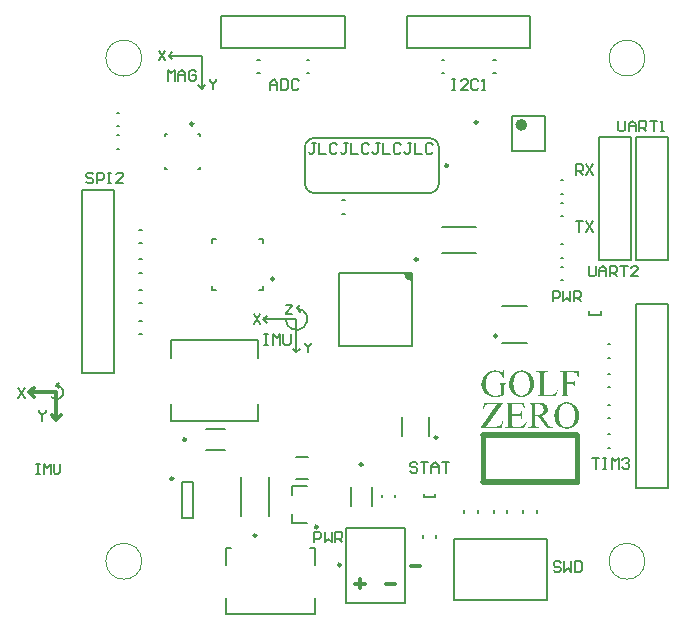
<source format=gto>
G04*
G04 #@! TF.GenerationSoftware,Altium Limited,Altium Designer,21.7.1 (17)*
G04*
G04 Layer_Color=65535*
%FSLAX42Y42*%
%MOMM*%
G71*
G04*
G04 #@! TF.SameCoordinates,023FFD1A-8B7E-49EE-8FAD-F7FEFAD85E63*
G04*
G04*
G04 #@! TF.FilePolarity,Positive*
G04*
G01*
G75*
%ADD10C,0.20*%
%ADD11C,0.03*%
%ADD12C,0.25*%
%ADD13C,0.50*%
%ADD14C,0.30*%
%ADD15C,0.40*%
G36*
X5310Y5310D02*
Y5250D01*
X5280D01*
X5250Y5280D01*
Y5310D01*
X5310D01*
D02*
G37*
G36*
X6091Y4418D02*
X6085D01*
Y4418D01*
X6085Y4419D01*
X6084Y4420D01*
X6084Y4422D01*
X6083Y4424D01*
X6082Y4427D01*
X6079Y4432D01*
X6076Y4438D01*
X6073Y4445D01*
X6068Y4451D01*
X6064Y4456D01*
X6063Y4456D01*
X6063Y4457D01*
X6062Y4458D01*
X6060Y4459D01*
X6058Y4460D01*
X6056Y4462D01*
X6053Y4464D01*
X6050Y4465D01*
X6047Y4467D01*
X6043Y4469D01*
X6035Y4472D01*
X6025Y4474D01*
X6020Y4474D01*
X6014Y4475D01*
X6013D01*
X6010Y4474D01*
X6008D01*
X6004Y4474D01*
X6000Y4473D01*
X5996Y4472D01*
X5991Y4471D01*
X5986Y4469D01*
X5981Y4467D01*
X5976Y4464D01*
X5971Y4461D01*
X5966Y4457D01*
X5961Y4453D01*
X5956Y4448D01*
X5952Y4442D01*
X5952Y4442D01*
X5951Y4441D01*
X5950Y4439D01*
X5949Y4437D01*
X5948Y4434D01*
X5946Y4431D01*
X5945Y4428D01*
X5943Y4423D01*
X5942Y4419D01*
X5940Y4414D01*
X5938Y4408D01*
X5937Y4403D01*
X5936Y4397D01*
X5935Y4390D01*
X5935Y4383D01*
X5934Y4376D01*
Y4376D01*
Y4375D01*
Y4373D01*
X5935Y4371D01*
Y4368D01*
X5935Y4365D01*
X5935Y4362D01*
X5936Y4358D01*
X5937Y4349D01*
X5939Y4340D01*
X5942Y4330D01*
X5946Y4320D01*
Y4320D01*
X5947Y4319D01*
X5947Y4318D01*
X5948Y4316D01*
X5949Y4314D01*
X5951Y4312D01*
X5954Y4306D01*
X5959Y4300D01*
X5964Y4294D01*
X5970Y4288D01*
X5977Y4283D01*
X5977D01*
X5978Y4283D01*
X5979Y4282D01*
X5980Y4281D01*
X5982Y4280D01*
X5984Y4279D01*
X5989Y4277D01*
X5995Y4275D01*
X6002Y4273D01*
X6009Y4272D01*
X6017Y4271D01*
X6019D01*
X6021Y4272D01*
X6024D01*
X6028Y4272D01*
X6031Y4273D01*
X6040Y4274D01*
X6040D01*
X6042Y4275D01*
X6044Y4276D01*
X6047Y4277D01*
X6050Y4278D01*
X6054Y4279D01*
X6061Y4283D01*
Y4346D01*
Y4346D01*
Y4347D01*
Y4349D01*
Y4351D01*
X6061Y4355D01*
X6061Y4358D01*
X6060Y4362D01*
X6060Y4365D01*
X6059Y4367D01*
Y4367D01*
X6058Y4368D01*
X6057Y4370D01*
X6054Y4372D01*
X6051Y4375D01*
X6051D01*
X6050Y4375D01*
X6049Y4376D01*
X6047Y4376D01*
X6044Y4377D01*
X6041Y4377D01*
X6038Y4377D01*
X6033D01*
Y4383D01*
X6116D01*
Y4377D01*
X6110D01*
X6108Y4377D01*
X6106Y4376D01*
X6103Y4375D01*
X6100Y4374D01*
X6097Y4372D01*
X6095Y4369D01*
Y4369D01*
X6095Y4368D01*
X6094Y4366D01*
X6094Y4364D01*
X6093Y4361D01*
X6093Y4357D01*
X6092Y4352D01*
Y4346D01*
Y4280D01*
X6092D01*
X6092Y4279D01*
X6091Y4279D01*
X6089Y4278D01*
X6086Y4276D01*
X6081Y4274D01*
X6075Y4272D01*
X6069Y4269D01*
X6063Y4267D01*
X6056Y4265D01*
X6056D01*
X6055Y4265D01*
X6054D01*
X6053Y4265D01*
X6051Y4264D01*
X6049Y4264D01*
X6044Y4263D01*
X6039Y4262D01*
X6032Y4261D01*
X6025Y4261D01*
X6017Y4261D01*
X6014D01*
X6011Y4261D01*
X6006Y4261D01*
X6001Y4262D01*
X5995Y4263D01*
X5989Y4264D01*
X5981Y4266D01*
X5974Y4268D01*
X5966Y4270D01*
X5958Y4274D01*
X5950Y4278D01*
X5943Y4282D01*
X5935Y4287D01*
X5928Y4294D01*
X5922Y4301D01*
X5922Y4301D01*
X5921Y4302D01*
X5920Y4304D01*
X5918Y4306D01*
X5916Y4309D01*
X5914Y4312D01*
X5912Y4316D01*
X5910Y4321D01*
X5908Y4325D01*
X5906Y4331D01*
X5904Y4336D01*
X5902Y4342D01*
X5900Y4349D01*
X5899Y4356D01*
X5898Y4362D01*
X5898Y4370D01*
Y4370D01*
Y4371D01*
Y4372D01*
X5898Y4375D01*
Y4377D01*
X5899Y4380D01*
X5899Y4384D01*
X5900Y4387D01*
X5901Y4396D01*
X5904Y4405D01*
X5907Y4415D01*
X5911Y4424D01*
X5912Y4425D01*
X5912Y4426D01*
X5913Y4427D01*
X5914Y4429D01*
X5916Y4432D01*
X5918Y4435D01*
X5920Y4438D01*
X5923Y4442D01*
X5929Y4450D01*
X5937Y4458D01*
X5946Y4465D01*
X5951Y4469D01*
X5956Y4472D01*
X5956Y4472D01*
X5957Y4473D01*
X5958Y4473D01*
X5960Y4474D01*
X5962Y4475D01*
X5965Y4476D01*
X5968Y4478D01*
X5972Y4479D01*
X5975Y4480D01*
X5980Y4482D01*
X5989Y4484D01*
X6000Y4485D01*
X6011Y4486D01*
X6016D01*
X6019Y4486D01*
X6022D01*
X6025Y4485D01*
X6033Y4484D01*
X6033D01*
X6034Y4484D01*
X6037Y4483D01*
X6040Y4482D01*
X6044Y4481D01*
X6048Y4480D01*
X6054Y4478D01*
X6060Y4476D01*
X6060D01*
X6061Y4475D01*
X6063Y4475D01*
X6065Y4474D01*
X6069Y4473D01*
X6070Y4472D01*
X6072D01*
X6073Y4473D01*
X6075Y4473D01*
X6077Y4475D01*
X6077Y4476D01*
X6077Y4476D01*
X6078Y4477D01*
X6078Y4479D01*
X6079Y4481D01*
X6079Y4483D01*
X6080Y4486D01*
X6086D01*
X6091Y4418D01*
D02*
G37*
G36*
X6722Y4434D02*
X6716D01*
Y4434D01*
X6716Y4434D01*
X6716Y4436D01*
X6715Y4439D01*
X6714Y4442D01*
X6710Y4449D01*
X6709Y4453D01*
X6707Y4456D01*
X6706Y4456D01*
X6706Y4457D01*
X6705Y4458D01*
X6703Y4460D01*
X6701Y4461D01*
X6699Y4463D01*
X6696Y4465D01*
X6693Y4466D01*
X6693D01*
X6692Y4467D01*
X6690Y4467D01*
X6687Y4468D01*
X6684Y4468D01*
X6679Y4469D01*
X6674Y4469D01*
X6621D01*
Y4385D01*
X6662D01*
X6665Y4385D01*
X6667Y4385D01*
X6671Y4386D01*
X6674Y4387D01*
X6677Y4388D01*
X6679Y4390D01*
X6680Y4391D01*
X6680Y4392D01*
X6681Y4393D01*
X6683Y4396D01*
X6684Y4399D01*
X6686Y4403D01*
X6687Y4408D01*
X6688Y4414D01*
X6694D01*
Y4341D01*
X6688D01*
Y4342D01*
Y4343D01*
X6688Y4346D01*
X6687Y4348D01*
X6686Y4354D01*
X6686Y4357D01*
X6685Y4359D01*
Y4360D01*
X6684Y4360D01*
X6683Y4361D01*
X6682Y4363D01*
X6680Y4366D01*
X6676Y4368D01*
X6676D01*
X6675Y4369D01*
X6674Y4369D01*
X6672Y4370D01*
X6670Y4370D01*
X6667Y4371D01*
X6664Y4371D01*
X6621D01*
Y4304D01*
Y4303D01*
Y4303D01*
Y4301D01*
Y4298D01*
X6621Y4295D01*
Y4291D01*
X6622Y4288D01*
X6622Y4284D01*
X6623Y4282D01*
X6623Y4281D01*
X6624Y4280D01*
X6626Y4278D01*
X6628Y4276D01*
X6629Y4275D01*
X6630D01*
X6631Y4275D01*
X6632Y4274D01*
X6634Y4274D01*
X6636Y4273D01*
X6638Y4272D01*
X6641Y4272D01*
X6644Y4272D01*
X6652D01*
Y4266D01*
X6560D01*
Y4272D01*
X6570D01*
X6572Y4272D01*
X6575Y4273D01*
X6578Y4274D01*
X6581Y4275D01*
X6584Y4277D01*
X6587Y4279D01*
X6587Y4280D01*
X6587Y4280D01*
X6588Y4282D01*
X6589Y4284D01*
X6589Y4287D01*
X6590Y4292D01*
X6591Y4297D01*
Y4300D01*
Y4304D01*
Y4443D01*
Y4443D01*
Y4444D01*
Y4446D01*
Y4448D01*
X6590Y4452D01*
X6590Y4455D01*
X6590Y4459D01*
X6589Y4462D01*
X6588Y4464D01*
Y4465D01*
X6588Y4465D01*
X6587Y4467D01*
X6585Y4469D01*
X6584Y4470D01*
X6582Y4471D01*
X6582Y4471D01*
X6581Y4472D01*
X6579Y4472D01*
X6578Y4473D01*
X6576Y4474D01*
X6573Y4474D01*
X6570Y4475D01*
X6560D01*
Y4481D01*
X6720D01*
X6722Y4434D01*
D02*
G37*
G36*
X6460Y4475D02*
X6454D01*
X6450Y4475D01*
X6442Y4474D01*
X6438Y4473D01*
X6435Y4472D01*
X6435D01*
X6434Y4471D01*
X6433Y4470D01*
X6432Y4469D01*
X6429Y4467D01*
X6427Y4465D01*
X6426Y4463D01*
Y4463D01*
X6426Y4462D01*
X6425Y4461D01*
X6425Y4459D01*
X6424Y4455D01*
X6424Y4451D01*
X6424Y4446D01*
Y4440D01*
Y4304D01*
Y4303D01*
Y4302D01*
Y4300D01*
X6424Y4297D01*
X6425Y4291D01*
X6425Y4288D01*
X6426Y4286D01*
X6426Y4285D01*
X6428Y4284D01*
X6429Y4282D01*
X6432Y4281D01*
X6432D01*
X6433Y4280D01*
X6434D01*
X6437Y4280D01*
X6440Y4280D01*
X6444D01*
X6447Y4279D01*
X6478D01*
X6481Y4280D01*
X6486D01*
X6492Y4280D01*
X6497Y4281D01*
X6503Y4282D01*
X6505Y4282D01*
X6507Y4283D01*
X6507Y4283D01*
X6509Y4283D01*
X6511Y4284D01*
X6513Y4286D01*
X6516Y4287D01*
X6519Y4290D01*
X6522Y4292D01*
X6525Y4296D01*
X6526Y4296D01*
X6527Y4297D01*
X6528Y4300D01*
X6531Y4303D01*
X6533Y4307D01*
X6536Y4312D01*
X6539Y4318D01*
X6542Y4325D01*
X6547Y4324D01*
X6529Y4266D01*
X6363D01*
Y4272D01*
X6373D01*
X6375Y4272D01*
X6378Y4273D01*
X6381Y4274D01*
X6384Y4275D01*
X6387Y4277D01*
X6390Y4280D01*
Y4281D01*
X6391Y4281D01*
X6391Y4283D01*
X6392Y4285D01*
X6392Y4288D01*
X6393Y4292D01*
X6393Y4297D01*
Y4304D01*
Y4443D01*
Y4443D01*
Y4444D01*
Y4445D01*
Y4446D01*
X6393Y4450D01*
X6393Y4454D01*
X6392Y4458D01*
X6391Y4462D01*
X6390Y4466D01*
X6389Y4467D01*
X6389Y4468D01*
X6388Y4468D01*
X6388Y4469D01*
X6386Y4470D01*
X6384Y4472D01*
X6382Y4473D01*
X6379Y4474D01*
X6375Y4475D01*
X6371Y4475D01*
X6363D01*
Y4481D01*
X6460D01*
Y4475D01*
D02*
G37*
G36*
X6244Y4486D02*
X6247D01*
X6251Y4485D01*
X6255Y4484D01*
X6260Y4483D01*
X6265Y4482D01*
X6270Y4480D01*
X6276Y4478D01*
X6282Y4476D01*
X6288Y4473D01*
X6294Y4469D01*
X6300Y4465D01*
X6306Y4460D01*
X6312Y4454D01*
X6313Y4454D01*
X6314Y4453D01*
X6315Y4451D01*
X6317Y4448D01*
X6320Y4445D01*
X6322Y4441D01*
X6325Y4437D01*
X6328Y4432D01*
X6331Y4427D01*
X6334Y4420D01*
X6336Y4414D01*
X6339Y4407D01*
X6340Y4399D01*
X6342Y4391D01*
X6343Y4383D01*
X6343Y4374D01*
Y4374D01*
Y4372D01*
X6343Y4370D01*
Y4366D01*
X6342Y4362D01*
X6342Y4357D01*
X6341Y4352D01*
X6339Y4346D01*
X6338Y4340D01*
X6336Y4333D01*
X6333Y4326D01*
X6330Y4319D01*
X6327Y4313D01*
X6323Y4306D01*
X6318Y4299D01*
X6312Y4293D01*
X6312Y4293D01*
X6311Y4292D01*
X6309Y4290D01*
X6307Y4288D01*
X6304Y4286D01*
X6300Y4283D01*
X6296Y4280D01*
X6291Y4277D01*
X6286Y4274D01*
X6280Y4271D01*
X6274Y4268D01*
X6268Y4266D01*
X6261Y4264D01*
X6253Y4262D01*
X6245Y4261D01*
X6237Y4261D01*
X6235D01*
X6233Y4261D01*
X6230Y4261D01*
X6226Y4262D01*
X6222Y4262D01*
X6217Y4263D01*
X6211Y4265D01*
X6206Y4266D01*
X6200Y4268D01*
X6193Y4271D01*
X6187Y4274D01*
X6181Y4277D01*
X6175Y4282D01*
X6169Y4286D01*
X6163Y4292D01*
X6162Y4292D01*
X6161Y4293D01*
X6160Y4295D01*
X6158Y4298D01*
X6156Y4301D01*
X6153Y4305D01*
X6150Y4309D01*
X6148Y4314D01*
X6145Y4320D01*
X6142Y4326D01*
X6140Y4333D01*
X6137Y4340D01*
X6135Y4348D01*
X6134Y4356D01*
X6133Y4365D01*
X6133Y4374D01*
Y4375D01*
Y4376D01*
X6133Y4379D01*
X6133Y4383D01*
X6134Y4387D01*
X6135Y4392D01*
X6136Y4398D01*
X6137Y4404D01*
X6139Y4410D01*
X6141Y4417D01*
X6144Y4424D01*
X6147Y4431D01*
X6151Y4438D01*
X6156Y4445D01*
X6161Y4451D01*
X6167Y4458D01*
X6168Y4458D01*
X6169Y4459D01*
X6170Y4460D01*
X6173Y4462D01*
X6176Y4464D01*
X6179Y4467D01*
X6183Y4469D01*
X6188Y4472D01*
X6193Y4474D01*
X6198Y4477D01*
X6204Y4479D01*
X6211Y4482D01*
X6218Y4483D01*
X6225Y4485D01*
X6232Y4486D01*
X6240Y4486D01*
X6242D01*
X6244Y4486D01*
D02*
G37*
G36*
X6264Y4165D02*
X6257D01*
Y4166D01*
Y4166D01*
X6257Y4168D01*
X6256Y4171D01*
X6255Y4175D01*
X6254Y4179D01*
X6253Y4182D01*
X6251Y4186D01*
X6250Y4189D01*
X6249Y4189D01*
X6249Y4190D01*
X6248Y4191D01*
X6247Y4192D01*
X6245Y4194D01*
X6243Y4195D01*
X6240Y4197D01*
X6238Y4198D01*
X6237D01*
X6236Y4199D01*
X6235Y4199D01*
X6233Y4200D01*
X6229Y4200D01*
X6226Y4201D01*
X6221Y4201D01*
X6156D01*
Y4116D01*
X6207D01*
X6210Y4116D01*
X6214Y4117D01*
X6218Y4117D01*
X6222Y4118D01*
X6226Y4120D01*
X6228Y4121D01*
X6229Y4122D01*
X6230Y4123D01*
X6231Y4125D01*
X6233Y4127D01*
X6234Y4131D01*
X6236Y4135D01*
X6237Y4141D01*
X6238Y4147D01*
X6244D01*
Y4072D01*
X6238D01*
Y4073D01*
Y4073D01*
X6237Y4075D01*
X6237Y4078D01*
X6236Y4081D01*
X6236Y4084D01*
X6235Y4087D01*
X6234Y4090D01*
X6233Y4092D01*
Y4093D01*
X6232Y4093D01*
X6231Y4095D01*
X6230Y4097D01*
X6228Y4098D01*
X6226Y4100D01*
X6224Y4101D01*
X6223D01*
X6222Y4102D01*
X6221Y4102D01*
X6219Y4103D01*
X6216Y4103D01*
X6213Y4104D01*
X6209Y4104D01*
X6156D01*
Y4033D01*
Y4032D01*
Y4031D01*
Y4028D01*
Y4025D01*
X6157Y4022D01*
Y4020D01*
X6157Y4017D01*
X6157Y4015D01*
X6158Y4015D01*
X6158Y4014D01*
X6160Y4012D01*
X6162Y4011D01*
X6162D01*
X6162Y4010D01*
X6163Y4010D01*
X6164D01*
X6166Y4010D01*
X6168Y4009D01*
X6171Y4009D01*
X6217D01*
X6221Y4009D01*
X6225Y4010D01*
X6230Y4010D01*
X6234Y4011D01*
X6237Y4011D01*
X6238D01*
X6239Y4012D01*
X6240Y4013D01*
X6242Y4014D01*
X6245Y4015D01*
X6248Y4017D01*
X6250Y4019D01*
X6253Y4021D01*
X6254Y4022D01*
X6255Y4023D01*
X6257Y4026D01*
X6260Y4029D01*
X6263Y4033D01*
X6266Y4038D01*
X6270Y4044D01*
X6274Y4051D01*
X6280D01*
X6261Y3997D01*
X6095D01*
Y4003D01*
X6104D01*
X6105Y4004D01*
X6107D01*
X6112Y4005D01*
X6117Y4007D01*
X6117D01*
X6118Y4007D01*
X6120Y4009D01*
X6122Y4011D01*
X6123Y4013D01*
X6124Y4014D01*
Y4015D01*
X6124Y4015D01*
X6125Y4017D01*
X6125Y4019D01*
X6125Y4022D01*
X6126Y4025D01*
X6126Y4030D01*
Y4035D01*
Y4175D01*
Y4176D01*
Y4176D01*
Y4177D01*
Y4179D01*
X6126Y4182D01*
X6125Y4186D01*
X6125Y4190D01*
X6124Y4194D01*
X6123Y4198D01*
X6122Y4199D01*
X6122Y4200D01*
X6121Y4201D01*
X6121Y4201D01*
X6119Y4202D01*
X6117Y4204D01*
X6115Y4205D01*
X6111Y4206D01*
X6107Y4206D01*
X6103Y4207D01*
X6095D01*
Y4213D01*
X6261D01*
X6264Y4165D01*
D02*
G37*
G36*
X6383Y4212D02*
X6387D01*
X6390Y4212D01*
X6399Y4211D01*
X6407Y4210D01*
X6415Y4209D01*
X6418Y4208D01*
X6422Y4207D01*
X6422D01*
X6422Y4207D01*
X6424Y4206D01*
X6427Y4205D01*
X6431Y4203D01*
X6436Y4201D01*
X6440Y4198D01*
X6445Y4194D01*
X6449Y4189D01*
X6450Y4188D01*
X6451Y4187D01*
X6453Y4184D01*
X6455Y4180D01*
X6457Y4175D01*
X6459Y4170D01*
X6460Y4164D01*
X6461Y4157D01*
Y4157D01*
Y4156D01*
Y4155D01*
X6460Y4154D01*
X6460Y4150D01*
X6459Y4145D01*
X6458Y4140D01*
X6455Y4134D01*
X6452Y4128D01*
X6448Y4123D01*
X6447Y4122D01*
X6445Y4120D01*
X6442Y4118D01*
X6438Y4115D01*
X6432Y4111D01*
X6425Y4108D01*
X6417Y4105D01*
X6408Y4102D01*
X6452Y4040D01*
X6453Y4040D01*
X6453Y4039D01*
X6454Y4038D01*
X6455Y4037D01*
X6458Y4033D01*
X6461Y4029D01*
X6465Y4024D01*
X6470Y4019D01*
X6474Y4015D01*
X6476Y4013D01*
X6478Y4012D01*
X6479Y4012D01*
X6480Y4011D01*
X6483Y4010D01*
X6486Y4008D01*
X6490Y4007D01*
X6495Y4005D01*
X6501Y4004D01*
X6507Y4003D01*
Y3997D01*
X6449D01*
X6376Y4098D01*
X6372D01*
X6367Y4098D01*
X6356D01*
X6354Y4098D01*
Y4035D01*
Y4035D01*
Y4034D01*
Y4033D01*
Y4032D01*
X6355Y4029D01*
X6355Y4025D01*
X6355Y4020D01*
X6356Y4016D01*
X6357Y4013D01*
X6358Y4011D01*
X6359Y4010D01*
X6359Y4010D01*
X6360Y4009D01*
X6361Y4008D01*
X6363Y4007D01*
X6366Y4005D01*
X6369Y4004D01*
X6372Y4004D01*
X6377Y4003D01*
X6385D01*
Y3997D01*
X6293D01*
Y4003D01*
X6304D01*
X6306Y4004D01*
X6309Y4004D01*
X6312Y4005D01*
X6315Y4007D01*
X6318Y4009D01*
X6321Y4012D01*
Y4012D01*
X6321Y4013D01*
X6322Y4015D01*
X6322Y4017D01*
X6323Y4020D01*
X6323Y4024D01*
X6324Y4029D01*
Y4035D01*
Y4175D01*
Y4175D01*
Y4176D01*
Y4177D01*
Y4178D01*
X6324Y4181D01*
X6323Y4185D01*
X6323Y4190D01*
X6322Y4194D01*
X6321Y4197D01*
X6320Y4199D01*
X6319Y4200D01*
X6319Y4200D01*
X6318Y4201D01*
X6317Y4202D01*
X6315Y4203D01*
X6312Y4204D01*
X6309Y4206D01*
X6306Y4206D01*
X6301Y4207D01*
X6293D01*
Y4213D01*
X6380D01*
X6383Y4212D01*
D02*
G37*
G36*
X5935Y4010D02*
X6027D01*
X6031Y4011D01*
X6035Y4011D01*
X6040Y4012D01*
X6045Y4014D01*
X6051Y4016D01*
X6055Y4019D01*
X6055Y4019D01*
X6057Y4021D01*
X6059Y4023D01*
X6062Y4027D01*
X6063Y4029D01*
X6065Y4032D01*
X6066Y4035D01*
X6068Y4038D01*
X6069Y4042D01*
X6071Y4046D01*
X6073Y4050D01*
X6074Y4055D01*
X6080Y4054D01*
X6069Y3997D01*
X5894D01*
Y4003D01*
X6032Y4200D01*
X5961D01*
X5957Y4199D01*
X5954D01*
X5950Y4199D01*
X5945Y4198D01*
X5942Y4197D01*
X5938Y4196D01*
X5938D01*
X5937Y4195D01*
X5936Y4194D01*
X5934Y4193D01*
X5930Y4190D01*
X5928Y4187D01*
X5927Y4185D01*
X5926Y4185D01*
X5926Y4184D01*
X5925Y4182D01*
X5924Y4179D01*
X5923Y4176D01*
X5922Y4171D01*
X5921Y4165D01*
X5919Y4159D01*
X5913D01*
X5918Y4213D01*
X6077D01*
X5935Y4010D01*
D02*
G37*
G36*
X6627Y4217D02*
X6630D01*
X6633Y4217D01*
X6637Y4216D01*
X6642Y4215D01*
X6647Y4214D01*
X6653Y4212D01*
X6659Y4210D01*
X6665Y4207D01*
X6671Y4204D01*
X6677Y4201D01*
X6683Y4196D01*
X6689Y4191D01*
X6695Y4186D01*
X6695Y4185D01*
X6696Y4184D01*
X6698Y4182D01*
X6700Y4180D01*
X6702Y4177D01*
X6705Y4173D01*
X6708Y4169D01*
X6711Y4164D01*
X6713Y4158D01*
X6716Y4152D01*
X6719Y4146D01*
X6721Y4139D01*
X6723Y4131D01*
X6725Y4123D01*
X6726Y4115D01*
X6726Y4106D01*
Y4105D01*
Y4104D01*
X6726Y4101D01*
Y4098D01*
X6725Y4094D01*
X6724Y4089D01*
X6723Y4083D01*
X6722Y4077D01*
X6720Y4071D01*
X6718Y4065D01*
X6716Y4058D01*
X6713Y4051D01*
X6709Y4044D01*
X6705Y4037D01*
X6700Y4031D01*
X6695Y4025D01*
X6695Y4024D01*
X6694Y4023D01*
X6692Y4022D01*
X6689Y4020D01*
X6686Y4017D01*
X6683Y4014D01*
X6679Y4012D01*
X6674Y4009D01*
X6669Y4005D01*
X6663Y4003D01*
X6657Y4000D01*
X6650Y3997D01*
X6643Y3995D01*
X6636Y3994D01*
X6628Y3993D01*
X6620Y3992D01*
X6618D01*
X6616Y3993D01*
X6613Y3993D01*
X6609Y3994D01*
X6604Y3994D01*
X6599Y3995D01*
X6594Y3996D01*
X6588Y3998D01*
X6582Y4000D01*
X6576Y4003D01*
X6570Y4006D01*
X6563Y4009D01*
X6557Y4013D01*
X6551Y4018D01*
X6545Y4024D01*
X6545Y4024D01*
X6544Y4025D01*
X6543Y4027D01*
X6541Y4029D01*
X6538Y4033D01*
X6536Y4036D01*
X6533Y4041D01*
X6530Y4046D01*
X6528Y4051D01*
X6525Y4058D01*
X6522Y4064D01*
X6520Y4072D01*
X6518Y4079D01*
X6517Y4088D01*
X6516Y4096D01*
X6515Y4106D01*
Y4106D01*
Y4108D01*
X6516Y4111D01*
X6516Y4114D01*
X6516Y4119D01*
X6517Y4124D01*
X6518Y4129D01*
X6520Y4135D01*
X6522Y4142D01*
X6524Y4149D01*
X6527Y4156D01*
X6530Y4163D01*
X6534Y4170D01*
X6539Y4176D01*
X6544Y4183D01*
X6550Y4189D01*
X6550Y4190D01*
X6551Y4191D01*
X6553Y4192D01*
X6555Y4194D01*
X6558Y4196D01*
X6562Y4198D01*
X6566Y4201D01*
X6570Y4204D01*
X6576Y4206D01*
X6581Y4209D01*
X6587Y4211D01*
X6593Y4213D01*
X6600Y4215D01*
X6607Y4216D01*
X6615Y4217D01*
X6623Y4218D01*
X6625D01*
X6627Y4217D01*
D02*
G37*
%LPC*%
G36*
X6237Y4475D02*
X6234D01*
X6232Y4474D01*
X6230Y4474D01*
X6227Y4474D01*
X6220Y4472D01*
X6213Y4469D01*
X6209Y4468D01*
X6205Y4466D01*
X6201Y4463D01*
X6198Y4460D01*
X6194Y4457D01*
X6191Y4453D01*
X6190Y4453D01*
X6190Y4452D01*
X6189Y4450D01*
X6187Y4448D01*
X6186Y4445D01*
X6184Y4442D01*
X6182Y4438D01*
X6180Y4433D01*
X6178Y4428D01*
X6176Y4422D01*
X6174Y4416D01*
X6172Y4409D01*
X6171Y4401D01*
X6170Y4393D01*
X6169Y4384D01*
X6169Y4375D01*
Y4374D01*
Y4372D01*
Y4370D01*
X6169Y4366D01*
X6170Y4362D01*
X6170Y4357D01*
X6171Y4351D01*
X6172Y4345D01*
X6173Y4338D01*
X6174Y4332D01*
X6176Y4325D01*
X6178Y4318D01*
X6181Y4311D01*
X6184Y4305D01*
X6187Y4299D01*
X6191Y4293D01*
X6192Y4293D01*
X6192Y4292D01*
X6193Y4291D01*
X6194Y4290D01*
X6196Y4288D01*
X6198Y4287D01*
X6201Y4285D01*
X6204Y4283D01*
X6210Y4279D01*
X6218Y4275D01*
X6222Y4274D01*
X6227Y4273D01*
X6232Y4272D01*
X6237Y4272D01*
X6240D01*
X6242Y4272D01*
X6245Y4273D01*
X6248Y4273D01*
X6251Y4274D01*
X6255Y4275D01*
X6259Y4276D01*
X6263Y4278D01*
X6267Y4280D01*
X6271Y4282D01*
X6275Y4285D01*
X6279Y4288D01*
X6283Y4292D01*
X6287Y4296D01*
X6287Y4296D01*
X6288Y4297D01*
X6289Y4298D01*
X6290Y4300D01*
X6292Y4303D01*
X6293Y4306D01*
X6295Y4310D01*
X6297Y4314D01*
X6299Y4319D01*
X6301Y4324D01*
X6302Y4330D01*
X6304Y4337D01*
X6305Y4345D01*
X6306Y4352D01*
X6307Y4361D01*
X6307Y4370D01*
Y4371D01*
Y4373D01*
Y4376D01*
X6307Y4379D01*
X6306Y4384D01*
X6306Y4389D01*
X6305Y4395D01*
X6304Y4401D01*
X6302Y4415D01*
X6300Y4422D01*
X6298Y4429D01*
X6295Y4435D01*
X6292Y4442D01*
X6289Y4448D01*
X6285Y4453D01*
X6285Y4453D01*
X6284Y4454D01*
X6283Y4455D01*
X6282Y4456D01*
X6280Y4458D01*
X6278Y4460D01*
X6275Y4462D01*
X6273Y4464D01*
X6269Y4466D01*
X6266Y4468D01*
X6262Y4470D01*
X6257Y4471D01*
X6253Y4473D01*
X6248Y4474D01*
X6243Y4474D01*
X6237Y4475D01*
D02*
G37*
G36*
X6379Y4201D02*
X6375D01*
X6372Y4200D01*
X6369Y4200D01*
X6365Y4199D01*
X6360Y4199D01*
X6354Y4198D01*
Y4108D01*
X6358D01*
X6359Y4108D01*
X6366D01*
X6368Y4108D01*
X6371D01*
X6373Y4108D01*
X6380Y4109D01*
X6387Y4111D01*
X6395Y4113D01*
X6402Y4117D01*
X6406Y4119D01*
X6409Y4121D01*
X6409D01*
X6409Y4122D01*
X6411Y4123D01*
X6414Y4126D01*
X6417Y4130D01*
X6419Y4135D01*
X6422Y4141D01*
X6424Y4148D01*
X6424Y4151D01*
Y4155D01*
Y4155D01*
Y4156D01*
Y4157D01*
X6424Y4158D01*
X6424Y4162D01*
X6423Y4167D01*
X6421Y4172D01*
X6419Y4178D01*
X6416Y4183D01*
X6412Y4188D01*
X6411Y4189D01*
X6409Y4190D01*
X6407Y4192D01*
X6403Y4194D01*
X6398Y4197D01*
X6393Y4199D01*
X6386Y4200D01*
X6379Y4201D01*
D02*
G37*
G36*
X6620Y4206D02*
X6617D01*
X6615Y4206D01*
X6612Y4206D01*
X6610Y4205D01*
X6603Y4204D01*
X6596Y4201D01*
X6592Y4199D01*
X6588Y4197D01*
X6584Y4195D01*
X6580Y4192D01*
X6577Y4188D01*
X6573Y4185D01*
X6573Y4184D01*
X6572Y4183D01*
X6571Y4182D01*
X6570Y4180D01*
X6568Y4177D01*
X6566Y4174D01*
X6565Y4170D01*
X6563Y4165D01*
X6560Y4160D01*
X6559Y4154D01*
X6557Y4147D01*
X6555Y4140D01*
X6554Y4133D01*
X6553Y4125D01*
X6552Y4116D01*
X6552Y4106D01*
Y4106D01*
Y4104D01*
Y4101D01*
X6552Y4098D01*
X6552Y4093D01*
X6553Y4088D01*
X6554Y4083D01*
X6554Y4076D01*
X6556Y4070D01*
X6557Y4063D01*
X6559Y4057D01*
X6561Y4050D01*
X6564Y4043D01*
X6567Y4037D01*
X6570Y4031D01*
X6574Y4025D01*
X6574Y4025D01*
X6575Y4024D01*
X6576Y4023D01*
X6577Y4022D01*
X6579Y4020D01*
X6581Y4018D01*
X6583Y4016D01*
X6586Y4014D01*
X6593Y4010D01*
X6601Y4007D01*
X6605Y4006D01*
X6610Y4005D01*
X6614Y4004D01*
X6620Y4004D01*
X6623D01*
X6625Y4004D01*
X6627Y4004D01*
X6630Y4005D01*
X6634Y4006D01*
X6637Y4007D01*
X6641Y4008D01*
X6645Y4009D01*
X6649Y4011D01*
X6654Y4014D01*
X6658Y4016D01*
X6662Y4020D01*
X6666Y4023D01*
X6670Y4027D01*
X6670Y4028D01*
X6671Y4028D01*
X6672Y4030D01*
X6673Y4032D01*
X6674Y4034D01*
X6676Y4038D01*
X6678Y4041D01*
X6680Y4046D01*
X6682Y4050D01*
X6683Y4056D01*
X6685Y4062D01*
X6687Y4069D01*
X6688Y4076D01*
X6689Y4084D01*
X6689Y4093D01*
X6690Y4102D01*
Y4103D01*
Y4104D01*
Y4107D01*
X6689Y4111D01*
X6689Y4116D01*
X6689Y4121D01*
X6688Y4127D01*
X6687Y4133D01*
X6684Y4147D01*
X6683Y4153D01*
X6680Y4160D01*
X6678Y4167D01*
X6675Y4173D01*
X6672Y4179D01*
X6668Y4185D01*
X6667Y4185D01*
X6667Y4186D01*
X6666Y4187D01*
X6664Y4188D01*
X6663Y4190D01*
X6661Y4192D01*
X6658Y4193D01*
X6655Y4196D01*
X6652Y4198D01*
X6648Y4199D01*
X6644Y4201D01*
X6640Y4203D01*
X6635Y4204D01*
X6631Y4205D01*
X6625Y4206D01*
X6620Y4206D01*
D02*
G37*
%LPD*%
D10*
X4240Y4920D02*
G03*
X4334Y5012I92J-0D01*
G01*
X2259Y4259D02*
G03*
X2300Y4358I41J41D01*
G01*
X4403Y6070D02*
G03*
X4485Y5988I82J0D01*
G01*
X4485Y6453D02*
G03*
X4403Y6370I-0J-82D01*
G01*
X5538Y6370D02*
G03*
X5455Y6453I-82J0D01*
G01*
Y5988D02*
G03*
X5538Y6070I0J82D01*
G01*
X5250Y5310D02*
G03*
X5310Y5250I60J0D01*
G01*
X3530Y6870D02*
X3560Y6900D01*
X3250Y7150D02*
X3280Y7120D01*
X3250Y7150D02*
X3530D01*
X3530Y6870D02*
Y7150D01*
X3500Y6900D02*
X3530Y6870D01*
X3250Y7150D02*
X3280Y7180D01*
X4052Y4920D02*
X4082Y4950D01*
X4302Y4670D02*
X4332Y4640D01*
Y4920D01*
X4052D02*
X4332D01*
X4052D02*
X4082Y4890D01*
X4334Y5012D02*
X4362Y4984D01*
X4332Y4640D02*
X4362Y4670D01*
X4334Y5012D02*
X4362Y5040D01*
X2300Y4358D02*
X2302D01*
X2300D02*
Y4360D01*
X2320Y4380D01*
X2300Y4358D02*
X2302D01*
X2301D02*
X2302D01*
X2320Y4340D01*
X3735Y2837D02*
Y2985D01*
X3775D01*
X4445D02*
X4485D01*
Y2837D02*
Y2985D01*
Y2425D02*
Y2563D01*
X3735Y2425D02*
X4485D01*
X3735D02*
Y2563D01*
X6003Y3280D02*
Y3300D01*
X6117Y3280D02*
Y3300D01*
X6160Y6640D02*
X6440D01*
Y6340D02*
Y6640D01*
X6160Y6340D02*
X6440D01*
X6160D02*
Y6640D01*
X3694Y7485D02*
X4740D01*
Y7215D02*
Y7485D01*
X3694Y7215D02*
X4740D01*
X3694D02*
Y7485D01*
X4420Y7118D02*
X4440D01*
X4420Y7003D02*
X4440D01*
X4000Y7003D02*
X4020D01*
X4000Y7118D02*
X4020D01*
X4290Y3195D02*
X4420D01*
X4290D02*
Y3270D01*
Y3505D02*
X4420D01*
X4290Y3430D02*
Y3505D01*
X5538Y6370D02*
X5538Y6370D01*
X5538Y6070D02*
Y6370D01*
X4403Y6070D02*
Y6370D01*
X4485Y5988D02*
X5455D01*
X4485Y6453D02*
X5455D01*
X2810Y6478D02*
X2830D01*
X2810Y6362D02*
X2830D01*
X2810Y6668D02*
X2830D01*
X2810Y6553D02*
X2830D01*
X4050Y5170D02*
Y5203D01*
X4017Y5170D02*
X4050D01*
Y5567D02*
Y5600D01*
X4017D02*
X4050D01*
X3620D02*
X3653D01*
X3620Y5567D02*
Y5600D01*
Y5170D02*
Y5203D01*
Y5170D02*
X3653D01*
X3515Y6470D02*
Y6490D01*
Y6190D02*
Y6210D01*
X3495Y6190D02*
X3515D01*
X3215D02*
X3235D01*
X3215D02*
Y6210D01*
Y6470D02*
Y6490D01*
X3235D01*
X3495D02*
X3515D01*
X6075Y4717D02*
X6285D01*
X6075Y5033D02*
X6285D01*
X2515Y4463D02*
Y6017D01*
X2784D01*
Y4463D02*
Y6017D01*
X2515Y4463D02*
X2784D01*
X4010Y4055D02*
Y4205D01*
X3270Y4055D02*
Y4205D01*
X4010Y4595D02*
Y4745D01*
X3270Y4595D02*
Y4745D01*
Y4055D02*
X4010D01*
X3270Y4745D02*
X4010D01*
X3569Y3810D02*
X3731D01*
X3569Y3990D02*
X3731D01*
X5400Y3070D02*
Y3090D01*
X5515Y3070D02*
Y3090D01*
X5408Y3410D02*
X5508D01*
Y3440D01*
X5408Y3410D02*
Y3440D01*
X5453Y3930D02*
Y4090D01*
X5228Y3930D02*
Y4090D01*
X6970Y4708D02*
X6990D01*
X6970Y4592D02*
X6990D01*
X6970Y3947D02*
X6990D01*
X6970Y3833D02*
X6990D01*
X6970Y4197D02*
X6990D01*
X6970Y4083D02*
X6990D01*
X6970Y4458D02*
X6990D01*
X6970Y4342D02*
X6990D01*
X6570Y5905D02*
X6590D01*
X6570Y5790D02*
X6590D01*
X6570Y6095D02*
X6590D01*
X6570Y5980D02*
X6590D01*
X6570Y5365D02*
X6590D01*
X6570Y5250D02*
X6590D01*
X3000Y4792D02*
X3020D01*
X3000Y4908D02*
X3020D01*
X3000Y5053D02*
X3020D01*
X3000Y5167D02*
X3020D01*
X4790Y3339D02*
Y3501D01*
X4970Y3339D02*
Y3501D01*
X4690Y5310D02*
X5310D01*
X4690Y4690D02*
X5310D01*
Y5310D01*
X4690Y4690D02*
Y5310D01*
X6810Y4955D02*
X6910D01*
Y4985D01*
X6810Y4955D02*
Y4985D01*
X6896Y6464D02*
X7164D01*
X6896Y5418D02*
Y6464D01*
Y5418D02*
X7164D01*
Y6464D01*
X7206D02*
X7475D01*
X7206Y5418D02*
Y6464D01*
Y5418D02*
X7475D01*
Y6464D01*
X5264Y7215D02*
Y7485D01*
Y7215D02*
X6310D01*
Y7485D01*
X5264D02*
X6310D01*
X7475Y3493D02*
Y5047D01*
X7206Y3493D02*
X7475D01*
X7206D02*
Y5047D01*
X7475D01*
X3365Y3540D02*
X3455D01*
X3365Y3240D02*
X3455D01*
X3365D02*
Y3540D01*
X3455Y3240D02*
Y3540D01*
X4098Y3255D02*
Y3585D01*
X3862Y3255D02*
Y3585D01*
X5247Y2515D02*
Y3150D01*
X4753Y2515D02*
X5247D01*
X4753D02*
Y3150D01*
X5247D01*
X4328Y3750D02*
X4433D01*
X4328Y3570D02*
X4433D01*
X5167Y3410D02*
Y3430D01*
X5053Y3410D02*
Y3430D01*
X5562Y5477D02*
X5853D01*
X5562Y5703D02*
X5853D01*
X4720Y5812D02*
X4740D01*
X4720Y5928D02*
X4740D01*
X6570Y5555D02*
X6590D01*
X6570Y5440D02*
X6590D01*
X6456Y2539D02*
Y3061D01*
X5664D02*
X6456D01*
X5664Y2539D02*
X6456D01*
X5664D02*
Y3061D01*
X5867Y3280D02*
Y3300D01*
X5753Y3280D02*
Y3300D01*
X6367Y3280D02*
Y3300D01*
X6253Y3280D02*
Y3300D01*
X6000Y7003D02*
X6020D01*
X6000Y7118D02*
X6020D01*
X5560D02*
X5580D01*
X5560Y7003D02*
X5580D01*
X3000Y5562D02*
X3020D01*
X3000Y5678D02*
X3020D01*
X3000Y5312D02*
X3020D01*
X3000Y5428D02*
X3020D01*
X2613Y6145D02*
X2598Y6160D01*
X2568D01*
X2553Y6145D01*
Y6130D01*
X2568Y6115D01*
X2598D01*
X2613Y6100D01*
Y6085D01*
X2598Y6070D01*
X2568D01*
X2553Y6085D01*
X2643Y6070D02*
Y6160D01*
X2688D01*
X2703Y6145D01*
Y6115D01*
X2688Y6100D01*
X2643D01*
X2732Y6160D02*
X2762D01*
X2747D01*
Y6070D01*
X2732D01*
X2762D01*
X2867D02*
X2807D01*
X2867Y6130D01*
Y6145D01*
X2852Y6160D01*
X2822D01*
X2807Y6145D01*
X6570Y2855D02*
X6555Y2870D01*
X6525D01*
X6510Y2855D01*
Y2840D01*
X6525Y2825D01*
X6555D01*
X6570Y2810D01*
Y2795D01*
X6555Y2780D01*
X6525D01*
X6510Y2795D01*
X6600Y2870D02*
Y2780D01*
X6630Y2810D01*
X6660Y2780D01*
Y2870D01*
X6690D02*
Y2780D01*
X6735D01*
X6750Y2795D01*
Y2855D01*
X6735Y2870D01*
X6690D01*
X4110Y6860D02*
Y6920D01*
X4140Y6950D01*
X4170Y6920D01*
Y6860D01*
Y6905D01*
X4110D01*
X4200Y6950D02*
Y6860D01*
X4245D01*
X4260Y6875D01*
Y6935D01*
X4245Y6950D01*
X4200D01*
X4350Y6935D02*
X4335Y6950D01*
X4305D01*
X4290Y6935D01*
Y6875D01*
X4305Y6860D01*
X4335D01*
X4350Y6875D01*
X6695Y5750D02*
X6755D01*
X6725D01*
Y5660D01*
X6785Y5750D02*
X6845Y5660D01*
Y5750D02*
X6785Y5660D01*
X6695Y6140D02*
Y6230D01*
X6740D01*
X6755Y6215D01*
Y6185D01*
X6740Y6170D01*
X6695D01*
X6725D02*
X6755Y6140D01*
X6785Y6230D02*
X6845Y6140D01*
Y6230D02*
X6785Y6140D01*
X5355Y3695D02*
X5340Y3710D01*
X5310D01*
X5295Y3695D01*
Y3680D01*
X5310Y3665D01*
X5340D01*
X5355Y3650D01*
Y3635D01*
X5340Y3620D01*
X5310D01*
X5295Y3635D01*
X5385Y3710D02*
X5445D01*
X5415D01*
Y3620D01*
X5475D02*
Y3680D01*
X5505Y3710D01*
X5535Y3680D01*
Y3620D01*
Y3665D01*
X5475D01*
X5565Y3710D02*
X5625D01*
X5595D01*
Y3620D01*
X6835Y3745D02*
X6895D01*
X6865D01*
Y3655D01*
X6925Y3745D02*
X6955D01*
X6940D01*
Y3655D01*
X6925D01*
X6955D01*
X7000D02*
Y3745D01*
X7030Y3715D01*
X7060Y3745D01*
Y3655D01*
X7090Y3730D02*
X7105Y3745D01*
X7135D01*
X7150Y3730D01*
Y3715D01*
X7135Y3700D01*
X7120D01*
X7135D01*
X7150Y3685D01*
Y3670D01*
X7135Y3655D01*
X7105D01*
X7090Y3670D01*
X6805Y5372D02*
Y5297D01*
X6820Y5283D01*
X6850D01*
X6865Y5297D01*
Y5372D01*
X6895Y5283D02*
Y5342D01*
X6925Y5372D01*
X6955Y5342D01*
Y5283D01*
Y5327D01*
X6895D01*
X6985Y5283D02*
Y5372D01*
X7030D01*
X7045Y5357D01*
Y5327D01*
X7030Y5312D01*
X6985D01*
X7015D02*
X7045Y5283D01*
X7075Y5372D02*
X7135D01*
X7105D01*
Y5283D01*
X7225D02*
X7165D01*
X7225Y5342D01*
Y5357D01*
X7210Y5372D01*
X7180D01*
X7165Y5357D01*
X4480Y3030D02*
Y3120D01*
X4525D01*
X4540Y3105D01*
Y3075D01*
X4525Y3060D01*
X4480D01*
X4570Y3120D02*
Y3030D01*
X4600Y3060D01*
X4630Y3030D01*
Y3120D01*
X4660Y3030D02*
Y3120D01*
X4705D01*
X4720Y3105D01*
Y3075D01*
X4705Y3060D01*
X4660D01*
X4690D02*
X4720Y3030D01*
X7055Y6600D02*
Y6525D01*
X7070Y6510D01*
X7100D01*
X7115Y6525D01*
Y6600D01*
X7145Y6510D02*
Y6570D01*
X7175Y6600D01*
X7205Y6570D01*
Y6510D01*
Y6555D01*
X7145D01*
X7235Y6510D02*
Y6600D01*
X7280D01*
X7295Y6585D01*
Y6555D01*
X7280Y6540D01*
X7235D01*
X7265D02*
X7295Y6510D01*
X7325Y6600D02*
X7385D01*
X7355D01*
Y6510D01*
X7415D02*
X7445D01*
X7430D01*
Y6600D01*
X7415Y6585D01*
X3240Y6940D02*
Y7030D01*
X3270Y7000D01*
X3300Y7030D01*
Y6940D01*
X3330D02*
Y7000D01*
X3360Y7030D01*
X3390Y7000D01*
Y6940D01*
Y6985D01*
X3330D01*
X3480Y7015D02*
X3465Y7030D01*
X3435D01*
X3420Y7015D01*
Y6955D01*
X3435Y6940D01*
X3465D01*
X3480Y6955D01*
Y6985D01*
X3450D01*
X4058Y4790D02*
X4088D01*
X4073D01*
Y4700D01*
X4058D01*
X4088D01*
X4133D02*
Y4790D01*
X4163Y4760D01*
X4192Y4790D01*
Y4700D01*
X4222Y4790D02*
Y4715D01*
X4237Y4700D01*
X4267D01*
X4282Y4715D01*
Y4790D01*
X2150Y4150D02*
Y4135D01*
X2180Y4105D01*
X2210Y4135D01*
Y4150D01*
X2180Y4105D02*
Y4060D01*
X5648Y6950D02*
X5678D01*
X5663D01*
Y6860D01*
X5648D01*
X5678D01*
X5783D02*
X5723D01*
X5783Y6920D01*
Y6935D01*
X5768Y6950D01*
X5738D01*
X5723Y6935D01*
X5872D02*
X5857Y6950D01*
X5827D01*
X5812Y6935D01*
Y6875D01*
X5827Y6860D01*
X5857D01*
X5872Y6875D01*
X5902Y6860D02*
X5932D01*
X5917D01*
Y6950D01*
X5902Y6935D01*
X4495Y6410D02*
X4465D01*
X4480D01*
Y6335D01*
X4465Y6320D01*
X4450D01*
X4435Y6335D01*
X4525Y6410D02*
Y6320D01*
X4585D01*
X4675Y6395D02*
X4660Y6410D01*
X4630D01*
X4615Y6395D01*
Y6335D01*
X4630Y6320D01*
X4660D01*
X4675Y6335D01*
X4765Y6410D02*
X4735D01*
X4750D01*
Y6335D01*
X4735Y6320D01*
X4720D01*
X4705Y6335D01*
X4795Y6410D02*
Y6320D01*
X4855D01*
X4945Y6395D02*
X4930Y6410D01*
X4900D01*
X4885Y6395D01*
Y6335D01*
X4900Y6320D01*
X4930D01*
X4945Y6335D01*
X5035Y6410D02*
X5005D01*
X5020D01*
Y6335D01*
X5005Y6320D01*
X4990D01*
X4975Y6335D01*
X5065Y6410D02*
Y6320D01*
X5125D01*
X5215Y6395D02*
X5200Y6410D01*
X5170D01*
X5155Y6395D01*
Y6335D01*
X5170Y6320D01*
X5200D01*
X5215Y6335D01*
X5305Y6410D02*
X5275D01*
X5290D01*
Y6335D01*
X5275Y6320D01*
X5260D01*
X5245Y6335D01*
X5335Y6410D02*
Y6320D01*
X5395D01*
X5485Y6395D02*
X5470Y6410D01*
X5440D01*
X5425Y6395D01*
Y6335D01*
X5440Y6320D01*
X5470D01*
X5485Y6335D01*
X1970Y4340D02*
X2030Y4250D01*
Y4340D02*
X1970Y4250D01*
X6500Y5070D02*
Y5160D01*
X6545D01*
X6560Y5145D01*
Y5115D01*
X6545Y5100D01*
X6500D01*
X6590Y5160D02*
Y5070D01*
X6620Y5100D01*
X6650Y5070D01*
Y5160D01*
X6680Y5070D02*
Y5160D01*
X6725D01*
X6740Y5145D01*
Y5115D01*
X6725Y5100D01*
X6680D01*
X6710D02*
X6740Y5070D01*
X3600Y6950D02*
Y6937D01*
X3627Y6910D01*
X3653Y6937D01*
Y6950D01*
X3627Y6910D02*
Y6870D01*
X3220Y7110D02*
X3167Y7190D01*
Y7110D02*
X3220Y7190D01*
X2130Y3690D02*
X2157D01*
X2143D01*
Y3610D01*
X2130D01*
X2157D01*
X2197D02*
Y3690D01*
X2223Y3663D01*
X2250Y3690D01*
Y3610D01*
X2277Y3690D02*
Y3623D01*
X2290Y3610D01*
X2317D01*
X2330Y3623D01*
Y3690D01*
X4022Y4880D02*
X3969Y4960D01*
Y4880D02*
X4022Y4960D01*
X4242Y5040D02*
X4296D01*
Y5027D01*
X4242Y4973D01*
Y4960D01*
X4296D01*
X4402Y4720D02*
Y4707D01*
X4429Y4680D01*
X4456Y4707D01*
Y4720D01*
X4429Y4680D02*
Y4640D01*
D11*
X3022Y7130D02*
G03*
X3022Y7130I-152J0D01*
G01*
X7282D02*
G03*
X7282Y7130I-152J0D01*
G01*
Y2870D02*
G03*
X7282Y2870I-152J0D01*
G01*
X3022D02*
G03*
X3022Y2870I-152J0D01*
G01*
D12*
X3992Y3090D02*
G03*
X3992Y3090I-12J0D01*
G01*
X5865Y6587D02*
G03*
X5865Y6587I-12J0D01*
G01*
X4512Y3160D02*
G03*
X4512Y3160I-12J0D01*
G01*
X5615Y6220D02*
G03*
X5615Y6220I-12J0D01*
G01*
X4142Y5260D02*
G03*
X4142Y5260I-12J0D01*
G01*
X3458Y6573D02*
G03*
X3458Y6573I-12J0D01*
G01*
X6030Y4778D02*
G03*
X6030Y4778I-12J0D01*
G01*
X3395Y3900D02*
G03*
X3395Y3900I-12J0D01*
G01*
X5525Y3920D02*
G03*
X5525Y3920I-12J0D01*
G01*
X4892Y3688D02*
G03*
X4892Y3688I-12J0D01*
G01*
X5358Y5425D02*
G03*
X5358Y5425I-12J0D01*
G01*
X3288Y3570D02*
G03*
X3288Y3570I-12J0D01*
G01*
X4706Y2840D02*
G03*
X4706Y2840I-12J0D01*
G01*
D13*
X6260Y6565D02*
G03*
X6260Y6565I-25J0D01*
G01*
X5910Y3940D02*
X6710D01*
X5910Y3540D02*
X6710D01*
D14*
X2070Y4300D02*
X2110Y4340D01*
X2070Y4300D02*
X2070D01*
X2070D02*
X2300D01*
X2070D02*
X2070D01*
X2110Y4260D01*
X2300Y4070D02*
X2340Y4110D01*
X2300Y4070D02*
Y4070D01*
X2260Y4110D02*
X2300Y4070D01*
Y4070D02*
Y4070D01*
Y4070D02*
Y4300D01*
X4910Y2680D02*
X4830D01*
X4870Y2640D02*
Y2720D01*
X5300Y2830D02*
X5380D01*
X5090Y2680D02*
X5170D01*
D15*
X5910Y3540D02*
Y3940D01*
X6710Y3540D02*
Y3940D01*
M02*

</source>
